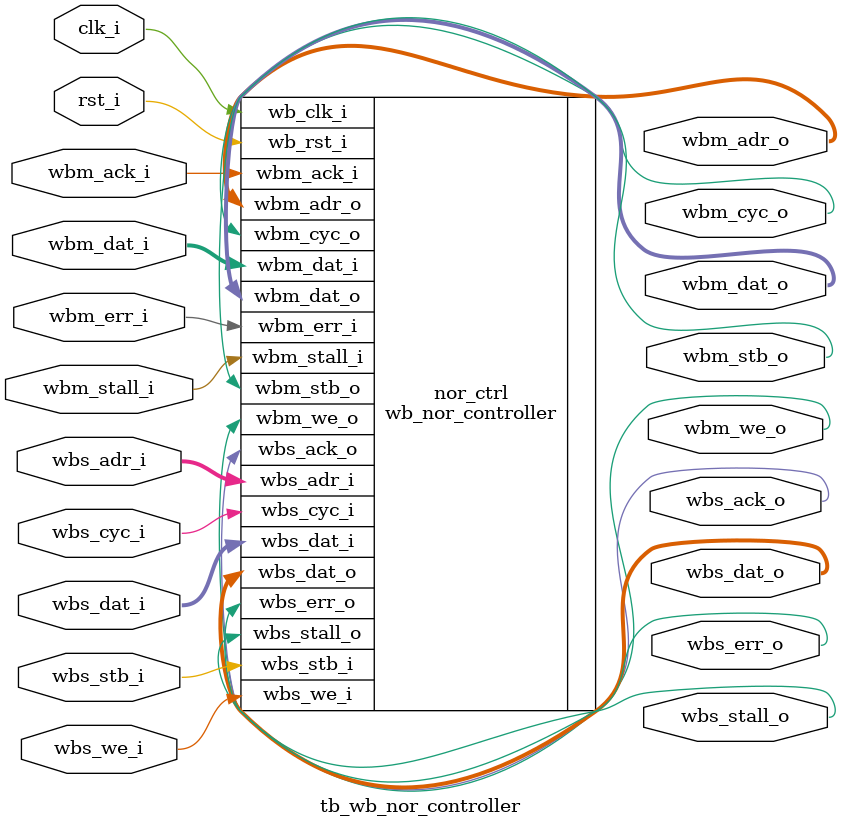
<source format=v>
/** tb_wb_nor_controller.v
 *
 * Top-level testbench wrapper for cocotb
 *
 */

`default_nettype none
`timescale 1ns/100ps

module tb_wb_nor_controller (
    input rst_i, clk_i,

    // to controller
    input  [31:0] wbs_adr_i,
    input  [15:0] wbs_dat_i,
    input         wbs_we_i, wbs_stb_i, wbs_cyc_i,
    output        wbs_err_o,
    output        wbs_ack_o,
    output [15:0] wbs_dat_o,
    output        wbs_stall_o,

    // from controller
    output  [25:0] wbm_adr_o,
    output  [15:0] wbm_dat_o,
    output         wbm_we_o,
    output         wbm_stb_o,
    output         wbm_cyc_o,
    input          wbm_err_i,
    input          wbm_ack_i,
    input   [15:0] wbm_dat_i,
    input          wbm_stall_i
);
    
`ifdef VERILATOR
    initial begin
        $dumpfile ("tb_wb_nor_controller.vcd");
        //$dumpvars (0, tb_wb_nor_controller);
    end
`else
    // dumps the trace to a vcd file that can be viewed with GTKWave
    //integer i;
    initial begin
        $dumpfile ("tb_wb_nor_controller.vcd");
        $dumpvars (0, tb_wb_nor_controller);
        //for (i = 0; i < 4; i = i + 1)
        //$dumpvars(1, tt2.cfg_buf[i]);
        #1;
    end
`endif

    wb_nor_controller #(.ADDRBITS(26), .DATABITS(16)) nor_ctrl (
        .wb_rst_i(rst_i), .wb_clk_i(clk_i),

        .wbs_adr_i(wbs_adr_i), .wbs_dat_i(wbs_dat_i),
        .wbs_we_i(wbs_we_i), .wbs_stb_i(wbs_stb_i), .wbs_cyc_i(wbs_cyc_i),
        .wbs_err_o(wbs_err_o), .wbs_ack_o(wbs_ack_o),
        .wbs_dat_o(wbs_dat_o), .wbs_stall_o(wbs_stall_o),

        .wbm_adr_o(wbm_adr_o), .wbm_dat_o(wbm_dat_o),
        .wbm_we_o(wbm_we_o), .wbm_cyc_o(wbm_cyc_o), .wbm_stb_o(wbm_stb_o),
        .wbm_err_i(wbm_err_i), .wbm_ack_i(wbm_ack_i),
        .wbm_dat_i(wbm_dat_i), .wbm_stall_i(wbm_stall_i)
    );

endmodule

</source>
